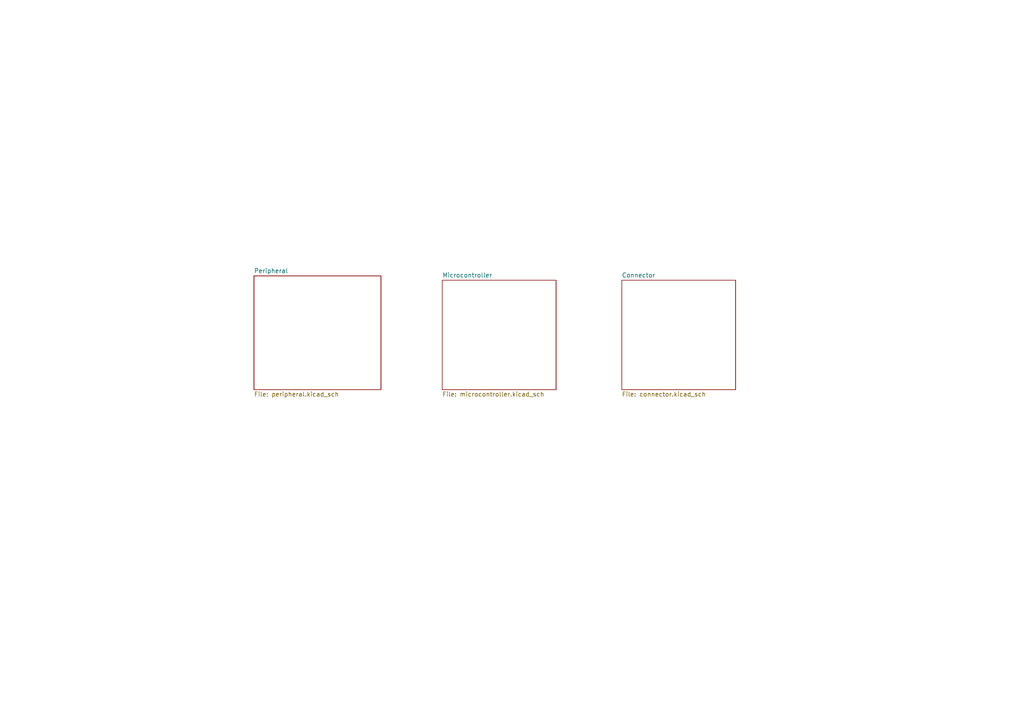
<source format=kicad_sch>
(kicad_sch (version 20230121) (generator eeschema)
  (paper "A4")
  (title_block (date "2023-08-16") (company "MAZE"))
  (lib_symbols)
  (sheet (at 180.34 81.28) (size 33.02 31.75) (stroke (width 0.1524))
    (property "Sheetname" "Connector" (at 180.34 80.5684 0) (effects (justify left bottom)))
    (property "Sheetfile" "connector.kicad_sch" (at 180.34 113.6146 0) (effects (justify left top)))
  )
  (sheet (at 128.27 81.28) (size 33.02 31.75) (stroke (width 0.1524))
    (property "Sheetname" "Microcontroller" (at 128.27 80.5684 0) (effects (justify left bottom)))
    (property "Sheetfile" "microcontroller.kicad_sch" (at 128.27 113.6146 0) (effects (justify left top)))
  )
  (sheet (at 73.66 80.01) (size 36.83 33.02) (stroke (width 0.1524))
    (property "Sheetname" "Peripheral" (at 73.66 79.2984 0) (effects (justify left bottom)))
    (property "Sheetfile" "peripheral.kicad_sch" (at 73.66 113.6146 0) (effects (justify left top)))
  )
)
</source>
